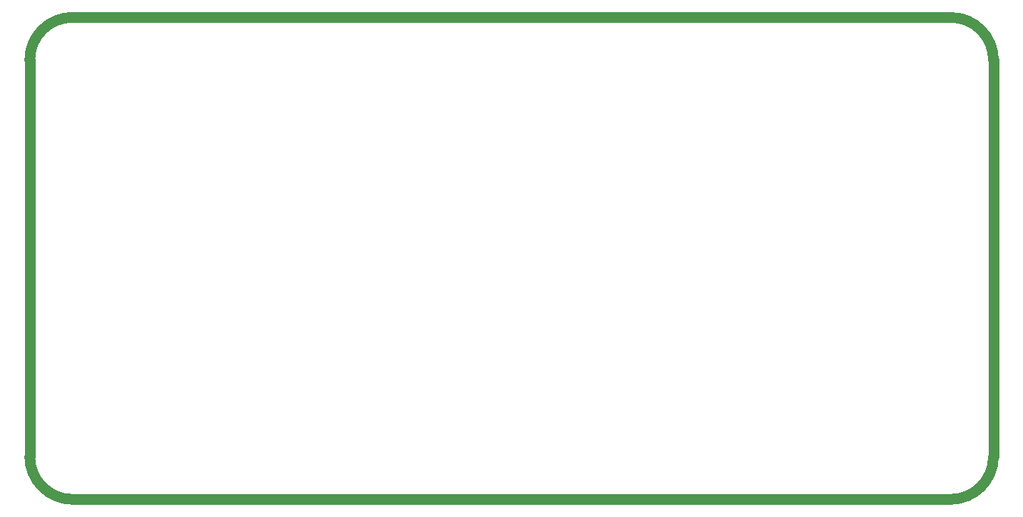
<source format=gko>
G04*
G04 #@! TF.GenerationSoftware,Altium Limited,Altium Designer,22.9.1 (49)*
G04*
G04 Layer_Color=16711935*
%FSLAX44Y44*%
%MOMM*%
G71*
G04*
G04 #@! TF.SameCoordinates,A2259558-2793-4ACD-BA26-FD92625B8348*
G04*
G04*
G04 #@! TF.FilePolarity,Positive*
G04*
G01*
G75*
%ADD123C,1.2700*%
D123*
X0Y50800D02*
G03*
X50800Y0I50800J0D01*
G01*
X1092200Y0D02*
G03*
X1143000Y50800I-0J50800D01*
G01*
Y520700D02*
G03*
X1092200Y571500I-50800J0D01*
G01*
X50800D02*
G03*
X0Y520700I0J-50800D01*
G01*
X50800Y571500D02*
X1092200D01*
X50800Y0D02*
X1092200D01*
X0Y50800D02*
Y520700D01*
X1143000Y50800D02*
X1143000Y520700D01*
M02*

</source>
